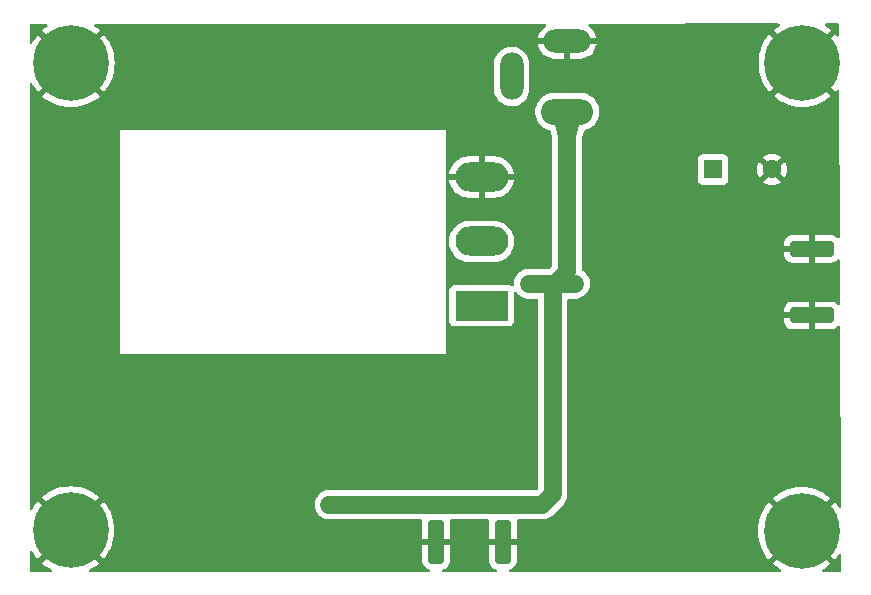
<source format=gbr>
%TF.GenerationSoftware,KiCad,Pcbnew,8.99.0-unknown-2b81d3a93c~180~ubuntu22.04.1*%
%TF.CreationDate,2024-08-01T07:46:56+05:30*%
%TF.ProjectId,HF-PA-v10,48462d50-412d-4763-9130-2e6b69636164,rev?*%
%TF.SameCoordinates,Original*%
%TF.FileFunction,Copper,L2,Bot*%
%TF.FilePolarity,Positive*%
%FSLAX46Y46*%
G04 Gerber Fmt 4.6, Leading zero omitted, Abs format (unit mm)*
G04 Created by KiCad (PCBNEW 8.99.0-unknown-2b81d3a93c~180~ubuntu22.04.1) date 2024-08-01 07:46:56*
%MOMM*%
%LPD*%
G01*
G04 APERTURE LIST*
G04 Aperture macros list*
%AMRoundRect*
0 Rectangle with rounded corners*
0 $1 Rounding radius*
0 $2 $3 $4 $5 $6 $7 $8 $9 X,Y pos of 4 corners*
0 Add a 4 corners polygon primitive as box body*
4,1,4,$2,$3,$4,$5,$6,$7,$8,$9,$2,$3,0*
0 Add four circle primitives for the rounded corners*
1,1,$1+$1,$2,$3*
1,1,$1+$1,$4,$5*
1,1,$1+$1,$6,$7*
1,1,$1+$1,$8,$9*
0 Add four rect primitives between the rounded corners*
20,1,$1+$1,$2,$3,$4,$5,0*
20,1,$1+$1,$4,$5,$6,$7,0*
20,1,$1+$1,$6,$7,$8,$9,0*
20,1,$1+$1,$8,$9,$2,$3,0*%
G04 Aperture macros list end*
%TA.AperFunction,ComponentPad*%
%ADD10C,0.800000*%
%TD*%
%TA.AperFunction,ComponentPad*%
%ADD11C,6.400000*%
%TD*%
%TA.AperFunction,SMDPad,CuDef*%
%ADD12RoundRect,0.250000X1.600000X-0.425000X1.600000X0.425000X-1.600000X0.425000X-1.600000X-0.425000X0*%
%TD*%
%TA.AperFunction,ComponentPad*%
%ADD13O,4.400000X2.200000*%
%TD*%
%TA.AperFunction,ComponentPad*%
%ADD14O,4.000000X2.000000*%
%TD*%
%TA.AperFunction,ComponentPad*%
%ADD15O,2.000000X4.000000*%
%TD*%
%TA.AperFunction,SMDPad,CuDef*%
%ADD16RoundRect,0.250000X-0.425000X-1.600000X0.425000X-1.600000X0.425000X1.600000X-0.425000X1.600000X0*%
%TD*%
%TA.AperFunction,ComponentPad*%
%ADD17R,4.500000X2.500000*%
%TD*%
%TA.AperFunction,ComponentPad*%
%ADD18O,4.500000X2.500000*%
%TD*%
%TA.AperFunction,ComponentPad*%
%ADD19R,1.600000X1.600000*%
%TD*%
%TA.AperFunction,ComponentPad*%
%ADD20C,1.600000*%
%TD*%
%TA.AperFunction,ViaPad*%
%ADD21C,0.800000*%
%TD*%
%TA.AperFunction,Conductor*%
%ADD22C,1.500000*%
%TD*%
G04 APERTURE END LIST*
D10*
%TO.P,H3,1,1*%
%TO.N,GND*%
X139400000Y-105720000D03*
X140102944Y-104022944D03*
X140102944Y-107417056D03*
X141800000Y-103320000D03*
D11*
X141800000Y-105720000D03*
D10*
X141800000Y-108120000D03*
X143497056Y-104022944D03*
X143497056Y-107417056D03*
X144200000Y-105720000D03*
%TD*%
D12*
%TO.P,RF_OUT1,2,Ext*%
%TO.N,GND*%
X204557500Y-81895000D03*
X204557500Y-87545000D03*
%TD*%
D13*
%TO.P,Power1,1*%
%TO.N,+VDC*%
X183850000Y-70312500D03*
D14*
%TO.P,Power1,2*%
%TO.N,GND*%
X183850000Y-64312500D03*
D15*
%TO.P,Power1,3*%
%TO.N,unconnected-(Power1-Pad3)*%
X179150000Y-67312500D03*
%TD*%
D10*
%TO.P,H4,1,1*%
%TO.N,GND*%
X201300000Y-105790000D03*
X202002944Y-104092944D03*
X202002944Y-107487056D03*
X203700000Y-103390000D03*
D11*
X203700000Y-105790000D03*
D10*
X203700000Y-108190000D03*
X205397056Y-104092944D03*
X205397056Y-107487056D03*
X206100000Y-105790000D03*
%TD*%
D16*
%TO.P,RF_IN1,2,Ext*%
%TO.N,GND*%
X178395000Y-106690000D03*
X172745000Y-106690000D03*
%TD*%
D17*
%TO.P,Q1,1,G*%
%TO.N,Net-(Q1-G)*%
X176600000Y-86720000D03*
D18*
%TO.P,Q1,2,D*%
%TO.N,/DRAIN*%
X176600000Y-81270000D03*
%TO.P,Q1,3,S*%
%TO.N,GND*%
X176600000Y-75820000D03*
%TD*%
D19*
%TO.P,C6,1*%
%TO.N,+VDC*%
X196187349Y-75180000D03*
D20*
%TO.P,C6,2*%
%TO.N,GND*%
X201187349Y-75180000D03*
%TD*%
D10*
%TO.P,H1,1,1*%
%TO.N,GND*%
X139430000Y-66200000D03*
X140132944Y-64502944D03*
X140132944Y-67897056D03*
X141830000Y-63800000D03*
D11*
X141830000Y-66200000D03*
D10*
X141830000Y-68600000D03*
X143527056Y-64502944D03*
X143527056Y-67897056D03*
X144230000Y-66200000D03*
%TD*%
%TO.P,H2,1,1*%
%TO.N,GND*%
X201352944Y-66177944D03*
X202055888Y-64480888D03*
X202055888Y-67875000D03*
X203752944Y-63777944D03*
D11*
X203752944Y-66177944D03*
D10*
X203752944Y-68577944D03*
X205450000Y-64480888D03*
X205450000Y-67875000D03*
X206152944Y-66177944D03*
%TD*%
D21*
%TO.N,GND*%
X143980000Y-76400000D03*
X197820000Y-64080000D03*
X141680000Y-98740000D03*
X143980000Y-71320000D03*
X141470000Y-89050000D03*
X157950000Y-65770000D03*
X141470000Y-76340000D03*
X201370000Y-97830000D03*
X192740000Y-64080000D03*
X150700000Y-99000000D03*
X190140000Y-66590000D03*
X150760000Y-96490000D03*
X167830000Y-65770000D03*
X175450000Y-65770000D03*
X153280000Y-70470000D03*
X198830000Y-97830000D03*
X150850000Y-65770000D03*
X165990000Y-70470000D03*
X192060000Y-100340000D03*
X190200000Y-64080000D03*
X206170000Y-78980000D03*
X195220000Y-66590000D03*
X193690000Y-100340000D03*
X192370000Y-105840000D03*
X153390000Y-65770000D03*
X187040000Y-97830000D03*
X201310000Y-100340000D03*
X172910000Y-65770000D03*
X147260000Y-91290000D03*
X196230000Y-94700000D03*
X203660000Y-76380000D03*
X147210000Y-92570000D03*
X193750000Y-97830000D03*
X189770000Y-108350000D03*
X141470000Y-78880000D03*
X198830000Y-92190000D03*
X196290000Y-97830000D03*
X152340000Y-91290000D03*
X203660000Y-71300000D03*
X155870000Y-68280000D03*
X144190000Y-96260000D03*
X157890000Y-68280000D03*
X172870000Y-70450000D03*
X197450000Y-105840000D03*
X160430000Y-68280000D03*
X205970000Y-92210000D03*
X203460000Y-94690000D03*
X196230000Y-100340000D03*
X206170000Y-76440000D03*
X148310000Y-65770000D03*
X163030000Y-65770000D03*
X152370000Y-101070000D03*
X163450000Y-70470000D03*
X143980000Y-86570000D03*
X165510000Y-68280000D03*
X167160000Y-108140000D03*
X169040000Y-108100000D03*
X195280000Y-64080000D03*
X196290000Y-92190000D03*
X150790000Y-68280000D03*
X203660000Y-73840000D03*
X141470000Y-86510000D03*
X144190000Y-98800000D03*
X154880000Y-91290000D03*
X193690000Y-94700000D03*
X192310000Y-108350000D03*
X175390000Y-68280000D03*
X201370000Y-92190000D03*
X141470000Y-73800000D03*
X197760000Y-66590000D03*
X150680000Y-103580000D03*
X154830000Y-92570000D03*
X148200000Y-70470000D03*
X170310000Y-68280000D03*
X141470000Y-83970000D03*
X143980000Y-78940000D03*
X143980000Y-81490000D03*
X192680000Y-66590000D03*
X152330000Y-99000000D03*
X205970000Y-94750000D03*
X170330000Y-70450000D03*
X170370000Y-65770000D03*
X197390000Y-108350000D03*
X141680000Y-101280000D03*
X152310000Y-103580000D03*
X184440000Y-100340000D03*
X149800000Y-91290000D03*
X178700000Y-100050000D03*
X175410000Y-70450000D03*
X184500000Y-97830000D03*
X152290000Y-92570000D03*
X194850000Y-108350000D03*
X189580000Y-97830000D03*
X162970000Y-68280000D03*
X150740000Y-70470000D03*
X155820000Y-70470000D03*
X167790000Y-70450000D03*
X167770000Y-68280000D03*
X143980000Y-73860000D03*
X144190000Y-101340000D03*
X173054721Y-100470673D03*
X160910000Y-70470000D03*
X206170000Y-71360000D03*
X173060000Y-99190000D03*
X160490000Y-65770000D03*
X201310000Y-94700000D03*
X157030000Y-91280000D03*
X143980000Y-84030000D03*
X149750000Y-92570000D03*
X189520000Y-100340000D03*
X141470000Y-81430000D03*
X203660000Y-78920000D03*
X150740000Y-101070000D03*
X155930000Y-65770000D03*
X169040000Y-106770000D03*
X198770000Y-100340000D03*
X206170000Y-73900000D03*
X141680000Y-93660000D03*
X148250000Y-68280000D03*
X141680000Y-96200000D03*
X198770000Y-94700000D03*
X144190000Y-93720000D03*
X193750000Y-92190000D03*
X141470000Y-71260000D03*
X165570000Y-65770000D03*
X143980000Y-89110000D03*
X153330000Y-68280000D03*
X152390000Y-96490000D03*
X203460000Y-92150000D03*
X172850000Y-68280000D03*
X192120000Y-97830000D03*
X189830000Y-105840000D03*
X194910000Y-105840000D03*
X186980000Y-100340000D03*
X156980000Y-92560000D03*
%TO.N,+VDC*%
X166410000Y-103450000D03*
X165430000Y-103460000D03*
X181570000Y-84800000D03*
X184460000Y-84870000D03*
X182570000Y-91450000D03*
X182640000Y-94920000D03*
X182590000Y-84860000D03*
X183420000Y-84210000D03*
X163590000Y-103470000D03*
X180560000Y-84830000D03*
X164500000Y-103460000D03*
%TD*%
D22*
%TO.N,+VDC*%
X182620000Y-102700000D02*
X182620000Y-85070000D01*
X183850000Y-83840000D02*
X183850000Y-70312500D01*
X166200000Y-103570000D02*
X181750000Y-103570000D01*
X182620000Y-85070000D02*
X183850000Y-83840000D01*
X181750000Y-103570000D02*
X182620000Y-102700000D01*
X182590000Y-84860000D02*
X180590000Y-84860000D01*
X166200000Y-103570000D02*
X163720000Y-103570000D01*
X182590000Y-84860000D02*
X184520000Y-84860000D01*
%TD*%
%TA.AperFunction,Conductor*%
%TO.N,GND*%
G36*
X140579588Y-106762330D02*
G01*
X140757670Y-106940412D01*
X140859301Y-107014251D01*
X140314884Y-107558667D01*
X140352944Y-107466784D01*
X140352944Y-107367328D01*
X140314884Y-107275442D01*
X140244558Y-107205116D01*
X140152672Y-107167056D01*
X140053216Y-107167056D01*
X139961330Y-107205116D01*
X139891004Y-107275442D01*
X139852944Y-107367328D01*
X139852944Y-107466784D01*
X139891004Y-107558670D01*
X139961330Y-107628996D01*
X140053216Y-107667056D01*
X140152672Y-107667056D01*
X140244555Y-107628996D01*
X139364650Y-108508902D01*
X139622214Y-108717475D01*
X139622216Y-108717476D01*
X139947456Y-108928689D01*
X140146319Y-109030015D01*
X140197115Y-109077989D01*
X140213910Y-109145810D01*
X140191373Y-109211945D01*
X140136658Y-109255397D01*
X140090024Y-109264500D01*
X138454500Y-109264500D01*
X138387461Y-109244815D01*
X138341706Y-109192011D01*
X138330500Y-109140500D01*
X138330500Y-107577172D01*
X138350185Y-107510133D01*
X138402989Y-107464378D01*
X138472147Y-107454434D01*
X138535703Y-107483459D01*
X138564985Y-107520877D01*
X138591310Y-107572543D01*
X138802523Y-107897783D01*
X138802525Y-107897785D01*
X139011096Y-108155348D01*
X140505747Y-106660697D01*
X140579588Y-106762330D01*
G37*
%TD.AperFunction*%
%TA.AperFunction,Conductor*%
G36*
X201786070Y-62834724D02*
G01*
X201831882Y-62887478D01*
X201841900Y-62956626D01*
X201812943Y-63020213D01*
X201786679Y-63043106D01*
X201575146Y-63180478D01*
X201317593Y-63389039D01*
X201317593Y-63389040D01*
X202197500Y-64268947D01*
X202105616Y-64230888D01*
X202006160Y-64230888D01*
X201914274Y-64268948D01*
X201843948Y-64339274D01*
X201805888Y-64431160D01*
X201805888Y-64530616D01*
X201843947Y-64622500D01*
X200964040Y-63742593D01*
X200964039Y-63742593D01*
X200755475Y-64000150D01*
X200544254Y-64325400D01*
X200368188Y-64670949D01*
X200229206Y-65033007D01*
X200128831Y-65407613D01*
X200128830Y-65407620D01*
X200068163Y-65790656D01*
X200047866Y-66177943D01*
X200047866Y-66177944D01*
X200068163Y-66565231D01*
X200128830Y-66948267D01*
X200128831Y-66948274D01*
X200229206Y-67322880D01*
X200368188Y-67684938D01*
X200544254Y-68030487D01*
X200755467Y-68355727D01*
X200755469Y-68355729D01*
X200964040Y-68613292D01*
X202458691Y-67118641D01*
X202532532Y-67220274D01*
X202710614Y-67398356D01*
X202812245Y-67472195D01*
X202267828Y-68016611D01*
X202305888Y-67924728D01*
X202305888Y-67825272D01*
X202267828Y-67733386D01*
X202197502Y-67663060D01*
X202105616Y-67625000D01*
X202006160Y-67625000D01*
X201914274Y-67663060D01*
X201843948Y-67733386D01*
X201805888Y-67825272D01*
X201805888Y-67924728D01*
X201843948Y-68016614D01*
X201914274Y-68086940D01*
X202006160Y-68125000D01*
X202105616Y-68125000D01*
X202197499Y-68086940D01*
X201317594Y-68966846D01*
X201575158Y-69175419D01*
X201575160Y-69175420D01*
X201900400Y-69386633D01*
X202245949Y-69562699D01*
X202608007Y-69701681D01*
X202982613Y-69802056D01*
X202982620Y-69802057D01*
X203365656Y-69862724D01*
X203752943Y-69883022D01*
X203752945Y-69883022D01*
X204140231Y-69862724D01*
X204523267Y-69802057D01*
X204523274Y-69802056D01*
X204897880Y-69701681D01*
X205259938Y-69562699D01*
X205605487Y-69386633D01*
X205930715Y-69175428D01*
X205930728Y-69175418D01*
X206188292Y-68966846D01*
X205308386Y-68086940D01*
X205400272Y-68125000D01*
X205499728Y-68125000D01*
X205591614Y-68086940D01*
X205661940Y-68016614D01*
X205700000Y-67924728D01*
X205700000Y-67825272D01*
X205661940Y-67733386D01*
X206541847Y-68613293D01*
X206679287Y-68443568D01*
X206736774Y-68403856D01*
X206806604Y-68401528D01*
X206866608Y-68437323D01*
X206897735Y-68499876D01*
X206899652Y-68521161D01*
X206943720Y-80895756D01*
X206924275Y-80962866D01*
X206871634Y-81008808D01*
X206802511Y-81018998D01*
X206738853Y-80990200D01*
X206732040Y-80983879D01*
X206625845Y-80877684D01*
X206476624Y-80785643D01*
X206476619Y-80785641D01*
X206310197Y-80730494D01*
X206310190Y-80730493D01*
X206207486Y-80720000D01*
X204807500Y-80720000D01*
X204807500Y-83069999D01*
X206207472Y-83069999D01*
X206207486Y-83069998D01*
X206310197Y-83059505D01*
X206476619Y-83004358D01*
X206476624Y-83004356D01*
X206625842Y-82912317D01*
X206739127Y-82799032D01*
X206800450Y-82765547D01*
X206870142Y-82770531D01*
X206926076Y-82812402D01*
X206950493Y-82877866D01*
X206950808Y-82886271D01*
X206963912Y-86565948D01*
X206944467Y-86633058D01*
X206891826Y-86679000D01*
X206822703Y-86689190D01*
X206759045Y-86660392D01*
X206752232Y-86654071D01*
X206625845Y-86527684D01*
X206476624Y-86435643D01*
X206476619Y-86435641D01*
X206310197Y-86380494D01*
X206310190Y-86380493D01*
X206207486Y-86370000D01*
X204807500Y-86370000D01*
X204807500Y-88719999D01*
X206207472Y-88719999D01*
X206207486Y-88719998D01*
X206310197Y-88709505D01*
X206476619Y-88654358D01*
X206476624Y-88654356D01*
X206625845Y-88562315D01*
X206754924Y-88433237D01*
X206755873Y-88434186D01*
X206806594Y-88398261D01*
X206876393Y-88395113D01*
X206936813Y-88430201D01*
X206968672Y-88492384D01*
X206970853Y-88515101D01*
X207024919Y-103697378D01*
X207005474Y-103764488D01*
X206952833Y-103810430D01*
X206883710Y-103820620D01*
X206820052Y-103791822D01*
X206796925Y-103765355D01*
X206697475Y-103612216D01*
X206697475Y-103612214D01*
X206488902Y-103354650D01*
X205608997Y-104234555D01*
X205647056Y-104142672D01*
X205647056Y-104043216D01*
X205608996Y-103951330D01*
X205538670Y-103881004D01*
X205446784Y-103842944D01*
X205347328Y-103842944D01*
X205255442Y-103881004D01*
X205185116Y-103951330D01*
X205147056Y-104043216D01*
X205147056Y-104142672D01*
X205185116Y-104234558D01*
X205255442Y-104304884D01*
X205347328Y-104342944D01*
X205446784Y-104342944D01*
X205538667Y-104304885D01*
X204994251Y-104849301D01*
X204920412Y-104747670D01*
X204742330Y-104569588D01*
X204640698Y-104495748D01*
X206135349Y-103001096D01*
X205877785Y-102792525D01*
X205877783Y-102792523D01*
X205552543Y-102581310D01*
X205206994Y-102405244D01*
X204844936Y-102266262D01*
X204470330Y-102165887D01*
X204470323Y-102165886D01*
X204087287Y-102105219D01*
X203700001Y-102084922D01*
X203699999Y-102084922D01*
X203312712Y-102105219D01*
X202929676Y-102165886D01*
X202929669Y-102165887D01*
X202555063Y-102266262D01*
X202193005Y-102405244D01*
X201847456Y-102581310D01*
X201522206Y-102792531D01*
X201264649Y-103001095D01*
X201264649Y-103001096D01*
X202144556Y-103881003D01*
X202052672Y-103842944D01*
X201953216Y-103842944D01*
X201861330Y-103881004D01*
X201791004Y-103951330D01*
X201752944Y-104043216D01*
X201752944Y-104142672D01*
X201791003Y-104234556D01*
X200911096Y-103354649D01*
X200911095Y-103354649D01*
X200702531Y-103612206D01*
X200491310Y-103937456D01*
X200315244Y-104283005D01*
X200176262Y-104645063D01*
X200075887Y-105019669D01*
X200075886Y-105019676D01*
X200015219Y-105402712D01*
X199994922Y-105789999D01*
X199994922Y-105790000D01*
X200015219Y-106177287D01*
X200075886Y-106560323D01*
X200075887Y-106560330D01*
X200176262Y-106934936D01*
X200315244Y-107296994D01*
X200491310Y-107642543D01*
X200702523Y-107967783D01*
X200702525Y-107967785D01*
X200911096Y-108225348D01*
X202405747Y-106730697D01*
X202479588Y-106832330D01*
X202657670Y-107010412D01*
X202759301Y-107084251D01*
X202214884Y-107628667D01*
X202252944Y-107536784D01*
X202252944Y-107437328D01*
X202214884Y-107345442D01*
X202144558Y-107275116D01*
X202052672Y-107237056D01*
X201953216Y-107237056D01*
X201861330Y-107275116D01*
X201791004Y-107345442D01*
X201752944Y-107437328D01*
X201752944Y-107536784D01*
X201791004Y-107628670D01*
X201861330Y-107698996D01*
X201953216Y-107737056D01*
X202052672Y-107737056D01*
X202144555Y-107698996D01*
X201264650Y-108578902D01*
X201522214Y-108787475D01*
X201522216Y-108787476D01*
X201847456Y-108998689D01*
X201908936Y-109030015D01*
X201959732Y-109077989D01*
X201976527Y-109145810D01*
X201953990Y-109211945D01*
X201899275Y-109255397D01*
X201852641Y-109264500D01*
X179031956Y-109264500D01*
X178964917Y-109244815D01*
X178919162Y-109192011D01*
X178909218Y-109122853D01*
X178938243Y-109059297D01*
X178992952Y-109022794D01*
X179139119Y-108974358D01*
X179139124Y-108974356D01*
X179288345Y-108882315D01*
X179412315Y-108758345D01*
X179504356Y-108609124D01*
X179504358Y-108609119D01*
X179559505Y-108442697D01*
X179559506Y-108442690D01*
X179569999Y-108339986D01*
X179570000Y-108339973D01*
X179570000Y-106940000D01*
X177220001Y-106940000D01*
X177220001Y-108339986D01*
X177230494Y-108442697D01*
X177285641Y-108609119D01*
X177285643Y-108609124D01*
X177377684Y-108758345D01*
X177501654Y-108882315D01*
X177650875Y-108974356D01*
X177650880Y-108974358D01*
X177797050Y-109022794D01*
X177854495Y-109062566D01*
X177881318Y-109127082D01*
X177869003Y-109195858D01*
X177821460Y-109247058D01*
X177758046Y-109264500D01*
X173381956Y-109264500D01*
X173314917Y-109244815D01*
X173269162Y-109192011D01*
X173259218Y-109122853D01*
X173288243Y-109059297D01*
X173342952Y-109022794D01*
X173489119Y-108974358D01*
X173489124Y-108974356D01*
X173638345Y-108882315D01*
X173762315Y-108758345D01*
X173854356Y-108609124D01*
X173854358Y-108609119D01*
X173909505Y-108442697D01*
X173909506Y-108442690D01*
X173919999Y-108339986D01*
X173920000Y-108339973D01*
X173920000Y-106940000D01*
X171570001Y-106940000D01*
X171570001Y-108339986D01*
X171580494Y-108442697D01*
X171635641Y-108609119D01*
X171635643Y-108609124D01*
X171727684Y-108758345D01*
X171851654Y-108882315D01*
X172000875Y-108974356D01*
X172000880Y-108974358D01*
X172147050Y-109022794D01*
X172204495Y-109062566D01*
X172231318Y-109127082D01*
X172219003Y-109195858D01*
X172171460Y-109247058D01*
X172108046Y-109264500D01*
X143509976Y-109264500D01*
X143442937Y-109244815D01*
X143397182Y-109192011D01*
X143387238Y-109122853D01*
X143416263Y-109059297D01*
X143453681Y-109030015D01*
X143652543Y-108928689D01*
X143977771Y-108717484D01*
X143977784Y-108717474D01*
X144235348Y-108508902D01*
X143355442Y-107628996D01*
X143447328Y-107667056D01*
X143546784Y-107667056D01*
X143638670Y-107628996D01*
X143708996Y-107558670D01*
X143747056Y-107466784D01*
X143747056Y-107367328D01*
X143708996Y-107275442D01*
X144588902Y-108155348D01*
X144797474Y-107897784D01*
X144797484Y-107897771D01*
X145008689Y-107572543D01*
X145184755Y-107226994D01*
X145323737Y-106864936D01*
X145424112Y-106490330D01*
X145424113Y-106490323D01*
X145484780Y-106107287D01*
X145505078Y-105720000D01*
X145505078Y-105719999D01*
X145484780Y-105332712D01*
X145424113Y-104949676D01*
X145424112Y-104949669D01*
X145323737Y-104575063D01*
X145184755Y-104213005D01*
X145008689Y-103867456D01*
X144797476Y-103542216D01*
X144797475Y-103542214D01*
X144740274Y-103471577D01*
X162469500Y-103471577D01*
X162469500Y-103668422D01*
X162500290Y-103862826D01*
X162561117Y-104050029D01*
X162616843Y-104159397D01*
X162650476Y-104225405D01*
X162766172Y-104384646D01*
X162905354Y-104523828D01*
X163064595Y-104639524D01*
X163139461Y-104677670D01*
X163239970Y-104728882D01*
X163239972Y-104728882D01*
X163239975Y-104728884D01*
X163340317Y-104761487D01*
X163427173Y-104789709D01*
X163621578Y-104820500D01*
X171455113Y-104820500D01*
X171522152Y-104840185D01*
X171567907Y-104892989D01*
X171578471Y-104957103D01*
X171570000Y-105040013D01*
X171570000Y-106440000D01*
X173919999Y-106440000D01*
X173919999Y-105040028D01*
X173919998Y-105040013D01*
X173911528Y-104957102D01*
X173924297Y-104888409D01*
X173972178Y-104837525D01*
X174034886Y-104820500D01*
X177105113Y-104820500D01*
X177172152Y-104840185D01*
X177217907Y-104892989D01*
X177228471Y-104957103D01*
X177220000Y-105040013D01*
X177220000Y-106440000D01*
X179569999Y-106440000D01*
X179569999Y-105040028D01*
X179569998Y-105040013D01*
X179561528Y-104957102D01*
X179574297Y-104888409D01*
X179622178Y-104837525D01*
X179684886Y-104820500D01*
X181848422Y-104820500D01*
X182042826Y-104789709D01*
X182230026Y-104728884D01*
X182405405Y-104639524D01*
X182564646Y-104523828D01*
X183573828Y-103514646D01*
X183689524Y-103355405D01*
X183778884Y-103180026D01*
X183839709Y-102992826D01*
X183848427Y-102937784D01*
X183852100Y-102914594D01*
X183870500Y-102798422D01*
X183870500Y-88019986D01*
X202207501Y-88019986D01*
X202217994Y-88122697D01*
X202273141Y-88289119D01*
X202273143Y-88289124D01*
X202365184Y-88438345D01*
X202489154Y-88562315D01*
X202638375Y-88654356D01*
X202638380Y-88654358D01*
X202804802Y-88709505D01*
X202804809Y-88709506D01*
X202907519Y-88719999D01*
X204307499Y-88719999D01*
X204307500Y-88719998D01*
X204307500Y-87795000D01*
X202207501Y-87795000D01*
X202207501Y-88019986D01*
X183870500Y-88019986D01*
X183870500Y-87070013D01*
X202207500Y-87070013D01*
X202207500Y-87295000D01*
X204307500Y-87295000D01*
X204307500Y-86370000D01*
X202907528Y-86370000D01*
X202907512Y-86370001D01*
X202804802Y-86380494D01*
X202638380Y-86435641D01*
X202638375Y-86435643D01*
X202489154Y-86527684D01*
X202365184Y-86651654D01*
X202273143Y-86800875D01*
X202273141Y-86800880D01*
X202217994Y-86967302D01*
X202217993Y-86967309D01*
X202207500Y-87070013D01*
X183870500Y-87070013D01*
X183870500Y-86234500D01*
X183890185Y-86167461D01*
X183942989Y-86121706D01*
X183994500Y-86110500D01*
X184618422Y-86110500D01*
X184812826Y-86079709D01*
X185000025Y-86018884D01*
X185175405Y-85929524D01*
X185334646Y-85813828D01*
X185473828Y-85674646D01*
X185589524Y-85515405D01*
X185678884Y-85340025D01*
X185739709Y-85152826D01*
X185746104Y-85112452D01*
X185770500Y-84958422D01*
X185770500Y-84761577D01*
X185739709Y-84567173D01*
X185678882Y-84379970D01*
X185589523Y-84204594D01*
X185473828Y-84045354D01*
X185334646Y-83906172D01*
X185175405Y-83790476D01*
X185175406Y-83790476D01*
X185175404Y-83790475D01*
X185168201Y-83786805D01*
X185117407Y-83738828D01*
X185100500Y-83676322D01*
X185100500Y-82369986D01*
X202207501Y-82369986D01*
X202217994Y-82472697D01*
X202273141Y-82639119D01*
X202273143Y-82639124D01*
X202365184Y-82788345D01*
X202489154Y-82912315D01*
X202638375Y-83004356D01*
X202638380Y-83004358D01*
X202804802Y-83059505D01*
X202804809Y-83059506D01*
X202907519Y-83069999D01*
X204307499Y-83069999D01*
X204307500Y-83069998D01*
X204307500Y-82145000D01*
X202207501Y-82145000D01*
X202207501Y-82369986D01*
X185100500Y-82369986D01*
X185100500Y-81420013D01*
X202207500Y-81420013D01*
X202207500Y-81645000D01*
X204307500Y-81645000D01*
X204307500Y-80720000D01*
X202907528Y-80720000D01*
X202907512Y-80720001D01*
X202804802Y-80730494D01*
X202638380Y-80785641D01*
X202638375Y-80785643D01*
X202489154Y-80877684D01*
X202365184Y-81001654D01*
X202273143Y-81150875D01*
X202273141Y-81150880D01*
X202217994Y-81317302D01*
X202217993Y-81317309D01*
X202207500Y-81420013D01*
X185100500Y-81420013D01*
X185100500Y-74332135D01*
X194886849Y-74332135D01*
X194886849Y-76027870D01*
X194886850Y-76027876D01*
X194893257Y-76087483D01*
X194943551Y-76222328D01*
X194943555Y-76222335D01*
X195029801Y-76337544D01*
X195029804Y-76337547D01*
X195145013Y-76423793D01*
X195145020Y-76423797D01*
X195279866Y-76474091D01*
X195279865Y-76474091D01*
X195286793Y-76474835D01*
X195339476Y-76480500D01*
X197035221Y-76480499D01*
X197094832Y-76474091D01*
X197229680Y-76423796D01*
X197344895Y-76337546D01*
X197431145Y-76222331D01*
X197481440Y-76087483D01*
X197487849Y-76027873D01*
X197487848Y-75179997D01*
X199882383Y-75179997D01*
X199882383Y-75180002D01*
X199902207Y-75406599D01*
X199902209Y-75406610D01*
X199961079Y-75626317D01*
X199961084Y-75626331D01*
X200057212Y-75832478D01*
X200108323Y-75905472D01*
X200787349Y-75226446D01*
X200787349Y-75232661D01*
X200814608Y-75334394D01*
X200867269Y-75425606D01*
X200941743Y-75500080D01*
X201032955Y-75552741D01*
X201134688Y-75580000D01*
X201140902Y-75580000D01*
X200461875Y-76259025D01*
X200534862Y-76310132D01*
X200534870Y-76310136D01*
X200741017Y-76406264D01*
X200741031Y-76406269D01*
X200960738Y-76465139D01*
X200960749Y-76465141D01*
X201187347Y-76484966D01*
X201187351Y-76484966D01*
X201413948Y-76465141D01*
X201413959Y-76465139D01*
X201633666Y-76406269D01*
X201633680Y-76406264D01*
X201839827Y-76310136D01*
X201912820Y-76259024D01*
X201233796Y-75580000D01*
X201240010Y-75580000D01*
X201341743Y-75552741D01*
X201432955Y-75500080D01*
X201507429Y-75425606D01*
X201560090Y-75334394D01*
X201587349Y-75232661D01*
X201587349Y-75226447D01*
X202266373Y-75905471D01*
X202317485Y-75832478D01*
X202413613Y-75626331D01*
X202413618Y-75626317D01*
X202472488Y-75406610D01*
X202472490Y-75406599D01*
X202492315Y-75180002D01*
X202492315Y-75179997D01*
X202472490Y-74953400D01*
X202472488Y-74953389D01*
X202413618Y-74733682D01*
X202413613Y-74733668D01*
X202317485Y-74527521D01*
X202317481Y-74527513D01*
X202266374Y-74454526D01*
X201587349Y-75133551D01*
X201587349Y-75127339D01*
X201560090Y-75025606D01*
X201507429Y-74934394D01*
X201432955Y-74859920D01*
X201341743Y-74807259D01*
X201240010Y-74780000D01*
X201233794Y-74780000D01*
X201912821Y-74100974D01*
X201839827Y-74049863D01*
X201633680Y-73953735D01*
X201633666Y-73953730D01*
X201413959Y-73894860D01*
X201413948Y-73894858D01*
X201187351Y-73875034D01*
X201187347Y-73875034D01*
X200960749Y-73894858D01*
X200960738Y-73894860D01*
X200741031Y-73953730D01*
X200741022Y-73953734D01*
X200534865Y-74049866D01*
X200534861Y-74049868D01*
X200461875Y-74100973D01*
X200461875Y-74100974D01*
X201140902Y-74780000D01*
X201134688Y-74780000D01*
X201032955Y-74807259D01*
X200941743Y-74859920D01*
X200867269Y-74934394D01*
X200814608Y-75025606D01*
X200787349Y-75127339D01*
X200787349Y-75133552D01*
X200108323Y-74454526D01*
X200108322Y-74454526D01*
X200057217Y-74527512D01*
X200057215Y-74527516D01*
X199961083Y-74733673D01*
X199961079Y-74733682D01*
X199902209Y-74953389D01*
X199902207Y-74953400D01*
X199882383Y-75179997D01*
X197487848Y-75179997D01*
X197487848Y-74332128D01*
X197481440Y-74272517D01*
X197471962Y-74247106D01*
X197431146Y-74137671D01*
X197431142Y-74137664D01*
X197344896Y-74022455D01*
X197344893Y-74022452D01*
X197229684Y-73936206D01*
X197229677Y-73936202D01*
X197094831Y-73885908D01*
X197094832Y-73885908D01*
X197035232Y-73879501D01*
X197035230Y-73879500D01*
X197035222Y-73879500D01*
X197035213Y-73879500D01*
X195339478Y-73879500D01*
X195339472Y-73879501D01*
X195279865Y-73885908D01*
X195145020Y-73936202D01*
X195145013Y-73936206D01*
X195029804Y-74022452D01*
X195029801Y-74022455D01*
X194943555Y-74137664D01*
X194943551Y-74137671D01*
X194893257Y-74272517D01*
X194886850Y-74332116D01*
X194886850Y-74332123D01*
X194886849Y-74332135D01*
X185100500Y-74332135D01*
X185100500Y-72509995D01*
X185104202Y-72479921D01*
X185233141Y-71964160D01*
X185268497Y-71903896D01*
X185320403Y-71875873D01*
X185320151Y-71875096D01*
X185324402Y-71873714D01*
X185324511Y-71873656D01*
X185324785Y-71873590D01*
X185324794Y-71873587D01*
X185564379Y-71795741D01*
X185788845Y-71681370D01*
X185992656Y-71533293D01*
X186170793Y-71355156D01*
X186318870Y-71151345D01*
X186433241Y-70926879D01*
X186511090Y-70687285D01*
X186550500Y-70438462D01*
X186550500Y-70186538D01*
X186511090Y-69937715D01*
X186433241Y-69698121D01*
X186433239Y-69698118D01*
X186433239Y-69698116D01*
X186364240Y-69562699D01*
X186318870Y-69473655D01*
X186185446Y-69290012D01*
X186170798Y-69269850D01*
X186170794Y-69269845D01*
X185992654Y-69091705D01*
X185992649Y-69091701D01*
X185788848Y-68943632D01*
X185788847Y-68943631D01*
X185788845Y-68943630D01*
X185718747Y-68907913D01*
X185564383Y-68829260D01*
X185324785Y-68751410D01*
X185262936Y-68741614D01*
X185075962Y-68712000D01*
X182624038Y-68712000D01*
X182499626Y-68731705D01*
X182375214Y-68751410D01*
X182135616Y-68829260D01*
X181911151Y-68943632D01*
X181707350Y-69091701D01*
X181707345Y-69091705D01*
X181529205Y-69269845D01*
X181529201Y-69269850D01*
X181381132Y-69473651D01*
X181266760Y-69698116D01*
X181188910Y-69937714D01*
X181149500Y-70186538D01*
X181149500Y-70438461D01*
X181188910Y-70687285D01*
X181266760Y-70926883D01*
X181381132Y-71151348D01*
X181529201Y-71355149D01*
X181529205Y-71355154D01*
X181707345Y-71533294D01*
X181707350Y-71533298D01*
X181885117Y-71662452D01*
X181911155Y-71681370D01*
X182054184Y-71754247D01*
X182135616Y-71795739D01*
X182135618Y-71795739D01*
X182135621Y-71795741D01*
X182230338Y-71826516D01*
X182375204Y-71873587D01*
X182375210Y-71873588D01*
X182375215Y-71873590D01*
X182375219Y-71873590D01*
X182375480Y-71873653D01*
X182375574Y-71873706D01*
X182379849Y-71875096D01*
X182379557Y-71875993D01*
X182436079Y-71908431D01*
X182466856Y-71964158D01*
X182595798Y-72479923D01*
X182599500Y-72509998D01*
X182599500Y-83270664D01*
X182579815Y-83337703D01*
X182563181Y-83358345D01*
X182348345Y-83573181D01*
X182287022Y-83606666D01*
X182260664Y-83609500D01*
X180491578Y-83609500D01*
X180297173Y-83640290D01*
X180109970Y-83701117D01*
X179934594Y-83790476D01*
X179843741Y-83856485D01*
X179775354Y-83906172D01*
X179775352Y-83906174D01*
X179775351Y-83906174D01*
X179636174Y-84045351D01*
X179636174Y-84045352D01*
X179636172Y-84045354D01*
X179586485Y-84113741D01*
X179520476Y-84204594D01*
X179431117Y-84379970D01*
X179370290Y-84567173D01*
X179339500Y-84761577D01*
X179339500Y-84963289D01*
X179337213Y-84963289D01*
X179324611Y-85022473D01*
X179275424Y-85072095D01*
X179207217Y-85087248D01*
X179141645Y-85063119D01*
X179141207Y-85062792D01*
X179092335Y-85026206D01*
X179092328Y-85026202D01*
X178957482Y-84975908D01*
X178957483Y-84975908D01*
X178897883Y-84969501D01*
X178897881Y-84969500D01*
X178897873Y-84969500D01*
X178897864Y-84969500D01*
X174302129Y-84969500D01*
X174302123Y-84969501D01*
X174242516Y-84975908D01*
X174107671Y-85026202D01*
X174107664Y-85026206D01*
X173992455Y-85112452D01*
X173992452Y-85112455D01*
X173906206Y-85227664D01*
X173906202Y-85227671D01*
X173855908Y-85362517D01*
X173849501Y-85422116D01*
X173849500Y-85422135D01*
X173849500Y-88017870D01*
X173849501Y-88017876D01*
X173855908Y-88077483D01*
X173906202Y-88212328D01*
X173906206Y-88212335D01*
X173992452Y-88327544D01*
X173992455Y-88327547D01*
X174107664Y-88413793D01*
X174107671Y-88413797D01*
X174242517Y-88464091D01*
X174242516Y-88464091D01*
X174249444Y-88464835D01*
X174302127Y-88470500D01*
X178897872Y-88470499D01*
X178957483Y-88464091D01*
X179092331Y-88413796D01*
X179207546Y-88327546D01*
X179293796Y-88212331D01*
X179344091Y-88077483D01*
X179350500Y-88017873D01*
X179350499Y-85663083D01*
X179370184Y-85596045D01*
X179422987Y-85550290D01*
X179492146Y-85540346D01*
X179555702Y-85569371D01*
X179574815Y-85590195D01*
X179636172Y-85674646D01*
X179775354Y-85813828D01*
X179934595Y-85929524D01*
X180017455Y-85971743D01*
X180109970Y-86018882D01*
X180109972Y-86018882D01*
X180109975Y-86018884D01*
X180210317Y-86051487D01*
X180297173Y-86079709D01*
X180491578Y-86110500D01*
X180491583Y-86110500D01*
X181245500Y-86110500D01*
X181312539Y-86130185D01*
X181358294Y-86182989D01*
X181369500Y-86234500D01*
X181369500Y-102130664D01*
X181349815Y-102197703D01*
X181333181Y-102218345D01*
X181268345Y-102283181D01*
X181207022Y-102316666D01*
X181180664Y-102319500D01*
X163621578Y-102319500D01*
X163427173Y-102350290D01*
X163239970Y-102411117D01*
X163064594Y-102500476D01*
X163049683Y-102511310D01*
X162905354Y-102616172D01*
X162905352Y-102616174D01*
X162905351Y-102616174D01*
X162766174Y-102755351D01*
X162766174Y-102755352D01*
X162766172Y-102755354D01*
X162739167Y-102792523D01*
X162650476Y-102914594D01*
X162561117Y-103089970D01*
X162500290Y-103277173D01*
X162469500Y-103471577D01*
X144740274Y-103471577D01*
X144588902Y-103284650D01*
X143708997Y-104164555D01*
X143747056Y-104072672D01*
X143747056Y-103973216D01*
X143708996Y-103881330D01*
X143638670Y-103811004D01*
X143546784Y-103772944D01*
X143447328Y-103772944D01*
X143355442Y-103811004D01*
X143285116Y-103881330D01*
X143247056Y-103973216D01*
X143247056Y-104072672D01*
X143285116Y-104164558D01*
X143355442Y-104234884D01*
X143447328Y-104272944D01*
X143546784Y-104272944D01*
X143638667Y-104234885D01*
X143094251Y-104779301D01*
X143020412Y-104677670D01*
X142842330Y-104499588D01*
X142740698Y-104425748D01*
X144235349Y-102931096D01*
X143977785Y-102722525D01*
X143977783Y-102722523D01*
X143652543Y-102511310D01*
X143306994Y-102335244D01*
X142944936Y-102196262D01*
X142570330Y-102095887D01*
X142570323Y-102095886D01*
X142187287Y-102035219D01*
X141800001Y-102014922D01*
X141799999Y-102014922D01*
X141412712Y-102035219D01*
X141029676Y-102095886D01*
X141029669Y-102095887D01*
X140655063Y-102196262D01*
X140293005Y-102335244D01*
X139947456Y-102511310D01*
X139622206Y-102722531D01*
X139364649Y-102931095D01*
X139364649Y-102931096D01*
X140244556Y-103811003D01*
X140152672Y-103772944D01*
X140053216Y-103772944D01*
X139961330Y-103811004D01*
X139891004Y-103881330D01*
X139852944Y-103973216D01*
X139852944Y-104072672D01*
X139891003Y-104164556D01*
X139011096Y-103284649D01*
X139011095Y-103284649D01*
X138802531Y-103542206D01*
X138591310Y-103867456D01*
X138564985Y-103919122D01*
X138517010Y-103969918D01*
X138449189Y-103986713D01*
X138383054Y-103964175D01*
X138339603Y-103909460D01*
X138330500Y-103862827D01*
X138330500Y-71909081D01*
X145949500Y-71909081D01*
X145949500Y-71909082D01*
X145949500Y-90740918D01*
X145979082Y-90770500D01*
X173570918Y-90770500D01*
X173600500Y-90740918D01*
X173600500Y-81155258D01*
X173849500Y-81155258D01*
X173849500Y-81384741D01*
X173874012Y-81570920D01*
X173879452Y-81612238D01*
X173938842Y-81833887D01*
X174026650Y-82045876D01*
X174026657Y-82045890D01*
X174141392Y-82244617D01*
X174281081Y-82426661D01*
X174281089Y-82426670D01*
X174443330Y-82588911D01*
X174443338Y-82588918D01*
X174625382Y-82728607D01*
X174625385Y-82728608D01*
X174625388Y-82728611D01*
X174824112Y-82843344D01*
X174824117Y-82843346D01*
X174824123Y-82843349D01*
X174907455Y-82877866D01*
X175036113Y-82931158D01*
X175257762Y-82990548D01*
X175485266Y-83020500D01*
X175485273Y-83020500D01*
X177714727Y-83020500D01*
X177714734Y-83020500D01*
X177942238Y-82990548D01*
X178163887Y-82931158D01*
X178375888Y-82843344D01*
X178574612Y-82728611D01*
X178756661Y-82588919D01*
X178756665Y-82588914D01*
X178756670Y-82588911D01*
X178918911Y-82426670D01*
X178918914Y-82426665D01*
X178918919Y-82426661D01*
X179058611Y-82244612D01*
X179173344Y-82045888D01*
X179261158Y-81833887D01*
X179320548Y-81612238D01*
X179350500Y-81384734D01*
X179350500Y-81155266D01*
X179320548Y-80927762D01*
X179261158Y-80706113D01*
X179173344Y-80494112D01*
X179058611Y-80295388D01*
X179058608Y-80295385D01*
X179058607Y-80295382D01*
X178957764Y-80163962D01*
X178918919Y-80113339D01*
X178918918Y-80113338D01*
X178918911Y-80113330D01*
X178756670Y-79951089D01*
X178756661Y-79951081D01*
X178574617Y-79811392D01*
X178375890Y-79696657D01*
X178375876Y-79696650D01*
X178163887Y-79608842D01*
X177942238Y-79549452D01*
X177904215Y-79544446D01*
X177714741Y-79519500D01*
X177714734Y-79519500D01*
X175485266Y-79519500D01*
X175485258Y-79519500D01*
X175268715Y-79548009D01*
X175257762Y-79549452D01*
X175164076Y-79574554D01*
X175036112Y-79608842D01*
X174824123Y-79696650D01*
X174824109Y-79696657D01*
X174625382Y-79811392D01*
X174443338Y-79951081D01*
X174281081Y-80113338D01*
X174141392Y-80295382D01*
X174026657Y-80494109D01*
X174026650Y-80494123D01*
X173938842Y-80706112D01*
X173879453Y-80927759D01*
X173879451Y-80927770D01*
X173849500Y-81155258D01*
X173600500Y-81155258D01*
X173600500Y-75569999D01*
X173867811Y-75569999D01*
X173867812Y-75570000D01*
X175891759Y-75570000D01*
X175878822Y-75601233D01*
X175850000Y-75746131D01*
X175850000Y-75893869D01*
X175878822Y-76038767D01*
X175891759Y-76070000D01*
X173867812Y-76070000D01*
X173879942Y-76162137D01*
X173939318Y-76383730D01*
X174027102Y-76595659D01*
X174027106Y-76595668D01*
X174141809Y-76794338D01*
X174281455Y-76976329D01*
X174281461Y-76976336D01*
X174443663Y-77138538D01*
X174443670Y-77138544D01*
X174625661Y-77278190D01*
X174824331Y-77392893D01*
X174824340Y-77392897D01*
X175036269Y-77480681D01*
X175257862Y-77540057D01*
X175485289Y-77569998D01*
X175485306Y-77570000D01*
X176350000Y-77570000D01*
X176350000Y-76528240D01*
X176381233Y-76541178D01*
X176526131Y-76570000D01*
X176673869Y-76570000D01*
X176818767Y-76541178D01*
X176850000Y-76528240D01*
X176850000Y-77570000D01*
X177714694Y-77570000D01*
X177714710Y-77569998D01*
X177942137Y-77540057D01*
X178163730Y-77480681D01*
X178375659Y-77392897D01*
X178375668Y-77392893D01*
X178574338Y-77278190D01*
X178756329Y-77138544D01*
X178756336Y-77138538D01*
X178918538Y-76976336D01*
X178918544Y-76976329D01*
X179058190Y-76794338D01*
X179172893Y-76595668D01*
X179172897Y-76595659D01*
X179260681Y-76383730D01*
X179320057Y-76162137D01*
X179332188Y-76070000D01*
X177308241Y-76070000D01*
X177321178Y-76038767D01*
X177350000Y-75893869D01*
X177350000Y-75746131D01*
X177321178Y-75601233D01*
X177308241Y-75570000D01*
X179332188Y-75570000D01*
X179332188Y-75569999D01*
X179320057Y-75477862D01*
X179260681Y-75256269D01*
X179172897Y-75044340D01*
X179172893Y-75044331D01*
X179058190Y-74845661D01*
X178918544Y-74663670D01*
X178918538Y-74663663D01*
X178756336Y-74501461D01*
X178756329Y-74501455D01*
X178574338Y-74361809D01*
X178375668Y-74247106D01*
X178375659Y-74247102D01*
X178163730Y-74159318D01*
X177942137Y-74099942D01*
X177714710Y-74070001D01*
X177714694Y-74070000D01*
X176850000Y-74070000D01*
X176850000Y-75111759D01*
X176818767Y-75098822D01*
X176673869Y-75070000D01*
X176526131Y-75070000D01*
X176381233Y-75098822D01*
X176350000Y-75111759D01*
X176350000Y-74070000D01*
X175485306Y-74070000D01*
X175485289Y-74070001D01*
X175257862Y-74099942D01*
X175036269Y-74159318D01*
X174824340Y-74247102D01*
X174824331Y-74247106D01*
X174625661Y-74361809D01*
X174443670Y-74501455D01*
X174443663Y-74501461D01*
X174281461Y-74663663D01*
X174281455Y-74663670D01*
X174141809Y-74845661D01*
X174027106Y-75044331D01*
X174027102Y-75044340D01*
X173939318Y-75256269D01*
X173879942Y-75477862D01*
X173867811Y-75569999D01*
X173600500Y-75569999D01*
X173600500Y-71909082D01*
X173570918Y-71879500D01*
X146020918Y-71879500D01*
X145979082Y-71879500D01*
X145979081Y-71879500D01*
X145949500Y-71909081D01*
X138330500Y-71909081D01*
X138330500Y-67998293D01*
X138350185Y-67931254D01*
X138402989Y-67885499D01*
X138472147Y-67875555D01*
X138535703Y-67904580D01*
X138564985Y-67941999D01*
X138621307Y-68052538D01*
X138621308Y-68052541D01*
X138832523Y-68377783D01*
X138832525Y-68377785D01*
X139041096Y-68635348D01*
X140535747Y-67140697D01*
X140609588Y-67242330D01*
X140787670Y-67420412D01*
X140889301Y-67494251D01*
X140344884Y-68038667D01*
X140382944Y-67946784D01*
X140382944Y-67847328D01*
X140344884Y-67755442D01*
X140274558Y-67685116D01*
X140182672Y-67647056D01*
X140083216Y-67647056D01*
X139991330Y-67685116D01*
X139921004Y-67755442D01*
X139882944Y-67847328D01*
X139882944Y-67946784D01*
X139921004Y-68038670D01*
X139991330Y-68108996D01*
X140083216Y-68147056D01*
X140182672Y-68147056D01*
X140274555Y-68108996D01*
X139394650Y-68988902D01*
X139652214Y-69197475D01*
X139652216Y-69197476D01*
X139977456Y-69408689D01*
X140323005Y-69584755D01*
X140685063Y-69723737D01*
X141059669Y-69824112D01*
X141059676Y-69824113D01*
X141442712Y-69884780D01*
X141829999Y-69905078D01*
X141830001Y-69905078D01*
X142217287Y-69884780D01*
X142600323Y-69824113D01*
X142600330Y-69824112D01*
X142974936Y-69723737D01*
X143336994Y-69584755D01*
X143682543Y-69408689D01*
X144007771Y-69197484D01*
X144007784Y-69197474D01*
X144265348Y-68988902D01*
X143385442Y-68108996D01*
X143477328Y-68147056D01*
X143576784Y-68147056D01*
X143668670Y-68108996D01*
X143738996Y-68038670D01*
X143777056Y-67946784D01*
X143777056Y-67847328D01*
X143738996Y-67755442D01*
X144618902Y-68635348D01*
X144827474Y-68377784D01*
X144827484Y-68377771D01*
X145038689Y-68052543D01*
X145214755Y-67706994D01*
X145353737Y-67344936D01*
X145454112Y-66970330D01*
X145454113Y-66970323D01*
X145514780Y-66587287D01*
X145535078Y-66200000D01*
X145535078Y-66199999D01*
X145534785Y-66194402D01*
X177649500Y-66194402D01*
X177649500Y-68430597D01*
X177686446Y-68663868D01*
X177759433Y-68888496D01*
X177799355Y-68966846D01*
X177866657Y-69098933D01*
X178005483Y-69290010D01*
X178172490Y-69457017D01*
X178363567Y-69595843D01*
X178462991Y-69646502D01*
X178574003Y-69703066D01*
X178574005Y-69703066D01*
X178574008Y-69703068D01*
X178694412Y-69742189D01*
X178798631Y-69776053D01*
X179031903Y-69813000D01*
X179031908Y-69813000D01*
X179268097Y-69813000D01*
X179501368Y-69776053D01*
X179725992Y-69703068D01*
X179936433Y-69595843D01*
X180127510Y-69457017D01*
X180294517Y-69290010D01*
X180433343Y-69098933D01*
X180540568Y-68888492D01*
X180613553Y-68663868D01*
X180621563Y-68613293D01*
X180650500Y-68430597D01*
X180650500Y-66194402D01*
X180613553Y-65961131D01*
X180540566Y-65736503D01*
X180433342Y-65526066D01*
X180294517Y-65334990D01*
X180127510Y-65167983D01*
X179936433Y-65029157D01*
X179725996Y-64921933D01*
X179501368Y-64848946D01*
X179268097Y-64812000D01*
X179268092Y-64812000D01*
X179031908Y-64812000D01*
X179031903Y-64812000D01*
X178798631Y-64848946D01*
X178574003Y-64921933D01*
X178363566Y-65029157D01*
X178267889Y-65098671D01*
X178172490Y-65167983D01*
X178172488Y-65167985D01*
X178172487Y-65167985D01*
X178005485Y-65334987D01*
X178005485Y-65334988D01*
X178005483Y-65334990D01*
X177986283Y-65361417D01*
X177866657Y-65526066D01*
X177759433Y-65736503D01*
X177686446Y-65961131D01*
X177649500Y-66194402D01*
X145534785Y-66194402D01*
X145514780Y-65812712D01*
X145454113Y-65429676D01*
X145454112Y-65429669D01*
X145353737Y-65055063D01*
X145214755Y-64693005D01*
X145038689Y-64347456D01*
X144827476Y-64022216D01*
X144827475Y-64022214D01*
X144618902Y-63764650D01*
X143738997Y-64644555D01*
X143777056Y-64552672D01*
X143777056Y-64453216D01*
X143738996Y-64361330D01*
X143668670Y-64291004D01*
X143576784Y-64252944D01*
X143477328Y-64252944D01*
X143385442Y-64291004D01*
X143315116Y-64361330D01*
X143277056Y-64453216D01*
X143277056Y-64552672D01*
X143315116Y-64644558D01*
X143385442Y-64714884D01*
X143477328Y-64752944D01*
X143576784Y-64752944D01*
X143668667Y-64714885D01*
X143124251Y-65259301D01*
X143050412Y-65157670D01*
X142872330Y-64979588D01*
X142770698Y-64905748D01*
X144265349Y-63411096D01*
X144007785Y-63202525D01*
X144007783Y-63202523D01*
X143857838Y-63105148D01*
X143812335Y-63052127D01*
X143802721Y-62982922D01*
X143832048Y-62919505D01*
X143891005Y-62882011D01*
X143925233Y-62877153D01*
X181948052Y-62836336D01*
X182015107Y-62855948D01*
X182060919Y-62908702D01*
X182070937Y-62977850D01*
X182041980Y-63041437D01*
X182021066Y-63060653D01*
X181872814Y-63168365D01*
X181705866Y-63335313D01*
X181567085Y-63526328D01*
X181459897Y-63736697D01*
X181386934Y-63961252D01*
X181370898Y-64062500D01*
X182416988Y-64062500D01*
X182384075Y-64119507D01*
X182350000Y-64246674D01*
X182350000Y-64378326D01*
X182384075Y-64505493D01*
X182416988Y-64562500D01*
X181370898Y-64562500D01*
X181386934Y-64663747D01*
X181459897Y-64888302D01*
X181567085Y-65098671D01*
X181705866Y-65289686D01*
X181872813Y-65456633D01*
X182063828Y-65595414D01*
X182274197Y-65702602D01*
X182498752Y-65775565D01*
X182498751Y-65775565D01*
X182731948Y-65812500D01*
X183600000Y-65812500D01*
X183600000Y-64812500D01*
X184100000Y-64812500D01*
X184100000Y-65812500D01*
X184968052Y-65812500D01*
X185201247Y-65775565D01*
X185425802Y-65702602D01*
X185636171Y-65595414D01*
X185827186Y-65456633D01*
X185994133Y-65289686D01*
X186132914Y-65098671D01*
X186240102Y-64888302D01*
X186313065Y-64663747D01*
X186329102Y-64562500D01*
X185283012Y-64562500D01*
X185315925Y-64505493D01*
X185350000Y-64378326D01*
X185350000Y-64246674D01*
X185315925Y-64119507D01*
X185283012Y-64062500D01*
X186329102Y-64062500D01*
X186313065Y-63961252D01*
X186240102Y-63736697D01*
X186132914Y-63526328D01*
X185994133Y-63335313D01*
X185827186Y-63168366D01*
X185673321Y-63056576D01*
X185630656Y-63001246D01*
X185624677Y-62931632D01*
X185657283Y-62869837D01*
X185718122Y-62835480D01*
X185746061Y-62832259D01*
X201719015Y-62815112D01*
X201786070Y-62834724D01*
G37*
%TD.AperFunction*%
%TA.AperFunction,Conductor*%
G36*
X206488902Y-108225348D02*
G01*
X206697474Y-107967784D01*
X206697483Y-107967771D01*
X206811744Y-107791825D01*
X206864765Y-107746322D01*
X206933970Y-107736707D01*
X206997387Y-107766034D01*
X207034881Y-107824991D01*
X207039738Y-107858918D01*
X207044302Y-109140058D01*
X207024857Y-109207167D01*
X206972216Y-109253110D01*
X206920303Y-109264500D01*
X205547359Y-109264500D01*
X205480320Y-109244815D01*
X205434565Y-109192011D01*
X205424621Y-109122853D01*
X205453646Y-109059297D01*
X205491064Y-109030015D01*
X205552543Y-108998689D01*
X205877771Y-108787484D01*
X205877784Y-108787474D01*
X206135348Y-108578902D01*
X205255442Y-107698996D01*
X205347328Y-107737056D01*
X205446784Y-107737056D01*
X205538670Y-107698996D01*
X205608996Y-107628670D01*
X205647056Y-107536784D01*
X205647056Y-107437328D01*
X205608996Y-107345442D01*
X206488902Y-108225348D01*
G37*
%TD.AperFunction*%
%TA.AperFunction,Conductor*%
G36*
X205538670Y-107275116D02*
G01*
X205446784Y-107237056D01*
X205347328Y-107237056D01*
X205255442Y-107275116D01*
X205185116Y-107345442D01*
X205147056Y-107437328D01*
X205147056Y-107536784D01*
X205185116Y-107628670D01*
X204640698Y-107084252D01*
X204742330Y-107010412D01*
X204920412Y-106832330D01*
X204994252Y-106730698D01*
X205538670Y-107275116D01*
G37*
%TD.AperFunction*%
%TA.AperFunction,Conductor*%
G36*
X143638670Y-107205116D02*
G01*
X143546784Y-107167056D01*
X143447328Y-107167056D01*
X143355442Y-107205116D01*
X143285116Y-107275442D01*
X143247056Y-107367328D01*
X143247056Y-107466784D01*
X143285116Y-107558670D01*
X142740698Y-107014252D01*
X142842330Y-106940412D01*
X143020412Y-106762330D01*
X143094252Y-106660698D01*
X143638670Y-107205116D01*
G37*
%TD.AperFunction*%
%TA.AperFunction,Conductor*%
G36*
X202759301Y-104495748D02*
G01*
X202657670Y-104569588D01*
X202479588Y-104747670D01*
X202405748Y-104849301D01*
X201861331Y-104304884D01*
X201953216Y-104342944D01*
X202052672Y-104342944D01*
X202144558Y-104304884D01*
X202214884Y-104234558D01*
X202252944Y-104142672D01*
X202252944Y-104043216D01*
X202214884Y-103951331D01*
X202759301Y-104495748D01*
G37*
%TD.AperFunction*%
%TA.AperFunction,Conductor*%
G36*
X140859301Y-104425748D02*
G01*
X140757670Y-104499588D01*
X140579588Y-104677670D01*
X140505748Y-104779301D01*
X139961331Y-104234884D01*
X140053216Y-104272944D01*
X140152672Y-104272944D01*
X140244558Y-104234884D01*
X140314884Y-104164558D01*
X140352944Y-104072672D01*
X140352944Y-103973216D01*
X140314884Y-103881331D01*
X140859301Y-104425748D01*
G37*
%TD.AperFunction*%
%TA.AperFunction,Conductor*%
G36*
X143668670Y-67685116D02*
G01*
X143576784Y-67647056D01*
X143477328Y-67647056D01*
X143385442Y-67685116D01*
X143315116Y-67755442D01*
X143277056Y-67847328D01*
X143277056Y-67946784D01*
X143315116Y-68038670D01*
X142770698Y-67494252D01*
X142872330Y-67420412D01*
X143050412Y-67242330D01*
X143124252Y-67140698D01*
X143668670Y-67685116D01*
G37*
%TD.AperFunction*%
%TA.AperFunction,Conductor*%
G36*
X205591614Y-67663060D02*
G01*
X205499728Y-67625000D01*
X205400272Y-67625000D01*
X205308386Y-67663060D01*
X205238060Y-67733386D01*
X205200000Y-67825272D01*
X205200000Y-67924728D01*
X205238060Y-68016614D01*
X204693642Y-67472196D01*
X204795274Y-67398356D01*
X204973356Y-67220274D01*
X205047196Y-67118642D01*
X205591614Y-67663060D01*
G37*
%TD.AperFunction*%
%TA.AperFunction,Conductor*%
G36*
X140889301Y-64905748D02*
G01*
X140787670Y-64979588D01*
X140609588Y-65157670D01*
X140535748Y-65259301D01*
X139991331Y-64714884D01*
X140083216Y-64752944D01*
X140182672Y-64752944D01*
X140274558Y-64714884D01*
X140344884Y-64644558D01*
X140382944Y-64552672D01*
X140382944Y-64453216D01*
X140344884Y-64361331D01*
X140889301Y-64905748D01*
G37*
%TD.AperFunction*%
%TA.AperFunction,Conductor*%
G36*
X202812245Y-64883692D02*
G01*
X202710614Y-64957532D01*
X202532532Y-65135614D01*
X202458692Y-65237245D01*
X201914275Y-64692828D01*
X202006160Y-64730888D01*
X202105616Y-64730888D01*
X202197502Y-64692828D01*
X202267828Y-64622502D01*
X202305888Y-64530616D01*
X202305888Y-64431160D01*
X202267828Y-64339275D01*
X202812245Y-64883692D01*
G37*
%TD.AperFunction*%
%TA.AperFunction,Conductor*%
G36*
X206822682Y-62829318D02*
G01*
X206868494Y-62882072D01*
X206879754Y-62933263D01*
X206882887Y-63813137D01*
X206863441Y-63880247D01*
X206810801Y-63926189D01*
X206741678Y-63936379D01*
X206678019Y-63907580D01*
X206662522Y-63891615D01*
X206541846Y-63742594D01*
X205661941Y-64622499D01*
X205700000Y-64530616D01*
X205700000Y-64431160D01*
X205661940Y-64339274D01*
X205591614Y-64268948D01*
X205499728Y-64230888D01*
X205400272Y-64230888D01*
X205308386Y-64268948D01*
X205238060Y-64339274D01*
X205200000Y-64431160D01*
X205200000Y-64530616D01*
X205238060Y-64622502D01*
X205308386Y-64692828D01*
X205400272Y-64730888D01*
X205499728Y-64730888D01*
X205591611Y-64692829D01*
X205047195Y-65237245D01*
X204973356Y-65135614D01*
X204795274Y-64957532D01*
X204693642Y-64883692D01*
X206188293Y-63389040D01*
X205930729Y-63180469D01*
X205930727Y-63180467D01*
X205712498Y-63038748D01*
X205666995Y-62985727D01*
X205657381Y-62916522D01*
X205686708Y-62853105D01*
X205745665Y-62815611D01*
X205779898Y-62810753D01*
X206755624Y-62809705D01*
X206822682Y-62829318D01*
G37*
%TD.AperFunction*%
%TA.AperFunction,Conductor*%
G36*
X139794615Y-62901272D02*
G01*
X139840427Y-62954026D01*
X139850445Y-63023174D01*
X139821488Y-63086761D01*
X139795224Y-63109654D01*
X139652202Y-63202534D01*
X139394649Y-63411095D01*
X139394649Y-63411096D01*
X140274556Y-64291003D01*
X140182672Y-64252944D01*
X140083216Y-64252944D01*
X139991330Y-64291004D01*
X139921004Y-64361330D01*
X139882944Y-64453216D01*
X139882944Y-64552672D01*
X139921003Y-64644556D01*
X139041096Y-63764649D01*
X139041095Y-63764649D01*
X138832531Y-64022206D01*
X138621310Y-64347456D01*
X138564985Y-64458001D01*
X138517010Y-64508797D01*
X138449189Y-64525592D01*
X138383055Y-64503055D01*
X138339603Y-64448340D01*
X138330500Y-64401706D01*
X138330500Y-63007026D01*
X138350185Y-62939987D01*
X138402989Y-62894232D01*
X138454363Y-62883026D01*
X139727558Y-62881660D01*
X139794615Y-62901272D01*
G37*
%TD.AperFunction*%
%TD*%
%TA.AperFunction,Conductor*%
%TO.N,+VDC*%
G36*
X183857866Y-70320240D02*
G01*
X183858653Y-70321027D01*
X184835522Y-71396560D01*
X184845792Y-71407867D01*
X184848818Y-71416295D01*
X184848482Y-71418571D01*
X184602216Y-72403638D01*
X184596885Y-72410833D01*
X184590865Y-72412500D01*
X183109135Y-72412500D01*
X183100862Y-72409073D01*
X183097784Y-72403638D01*
X182851517Y-71418569D01*
X182852835Y-71409713D01*
X182854202Y-71407873D01*
X183841340Y-70321034D01*
X183849438Y-70317214D01*
X183857866Y-70320240D01*
G37*
%TD.AperFunction*%
%TD*%
M02*

</source>
